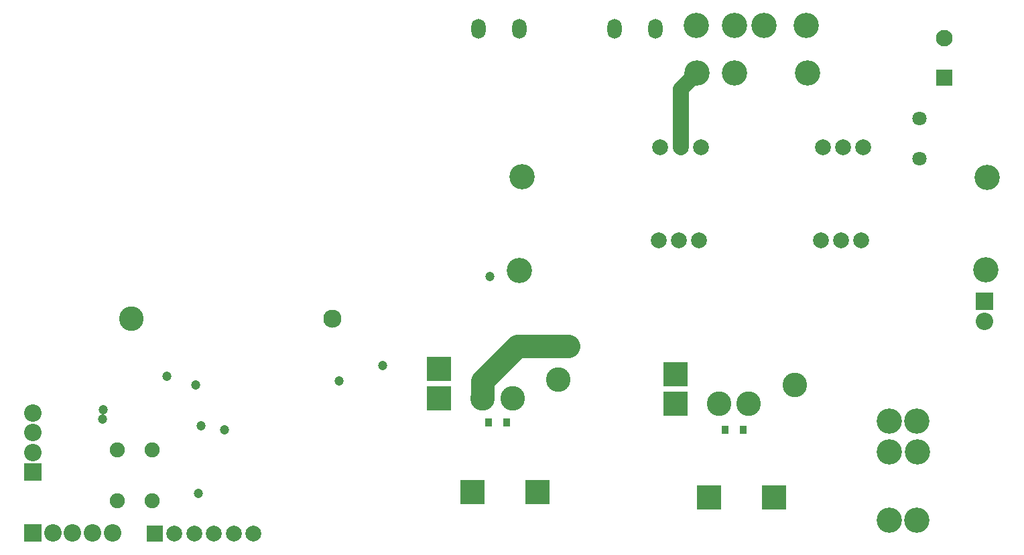
<source format=gbr>
%TF.GenerationSoftware,Altium Limited,Altium Designer,21.0.8 (223)*%
G04 Layer_Color=16711935*
%FSLAX26Y26*%
%MOIN*%
%TF.SameCoordinates,3528F89D-DF25-4B87-B81C-8702AA7ACEB5*%
%TF.FilePolarity,Negative*%
%TF.FileFunction,Soldermask,Bot*%
%TF.Part,Single*%
G01*
G75*
%TA.AperFunction,NonConductor*%
%ADD56C,0.118110*%
%ADD57C,0.078740*%
%TA.AperFunction,SMDPad,CuDef*%
%ADD58R,0.035559X0.041465*%
%TA.AperFunction,ComponentPad*%
%ADD59C,0.070992*%
%ADD60R,0.082677X0.082677*%
%ADD61C,0.082677*%
%ADD62C,0.126110*%
%ADD63O,0.070992X0.098551*%
%ADD64R,0.122047X0.122047*%
%ADD65C,0.122047*%
%ADD66C,0.090551*%
%ADD67C,0.078866*%
%ADD68R,0.078866X0.078866*%
%ADD69C,0.074803*%
%TA.AperFunction,ViaPad*%
%ADD70C,0.126110*%
%TA.AperFunction,ComponentPad*%
%ADD71C,0.086740*%
%ADD72R,0.086740X0.086740*%
%ADD73R,0.086740X0.086740*%
%TA.AperFunction,ViaPad*%
%ADD74C,0.047370*%
D56*
X2547244Y1147638D02*
X2802165D01*
X2515748Y1116142D02*
X2547244Y1147638D01*
X2375000Y975394D02*
X2515748Y1116142D01*
X2375000Y890748D02*
Y975394D01*
D57*
X3359252Y2139764D02*
Y2428150D01*
X3434055Y2502953D01*
X3488189Y395669D02*
X3520669D01*
D58*
X3581693Y734252D02*
D03*
X3672244D02*
D03*
X2493110Y767716D02*
D03*
X2402559D02*
D03*
D59*
X4546260Y2083465D02*
D03*
Y2283465D02*
D03*
D60*
X4669291Y2485236D02*
D03*
D61*
Y2682087D02*
D03*
D62*
X3990157Y2508858D02*
D03*
X3438976Y2745079D02*
D03*
X4398622Y622047D02*
D03*
Y283465D02*
D03*
D63*
X2354331Y2729331D02*
D03*
X2557087D02*
D03*
X3031496D02*
D03*
X3234252D02*
D03*
D64*
X2647638Y423228D02*
D03*
X2325787D02*
D03*
X2157480Y1037402D02*
D03*
Y890748D02*
D03*
X3333662Y863189D02*
D03*
Y1009842D02*
D03*
X3501969Y395669D02*
D03*
X3823819D02*
D03*
D65*
X2750000Y982284D02*
D03*
X2522638Y890748D02*
D03*
X2375000D02*
D03*
X626969Y1285433D02*
D03*
X3551181Y863189D02*
D03*
X3698819D02*
D03*
X3926181Y954724D02*
D03*
D66*
X1626969Y1285433D02*
D03*
D67*
X1136811Y217520D02*
D03*
X939961D02*
D03*
X841535D02*
D03*
X1235236D02*
D03*
X1038386D02*
D03*
X4166339Y2139764D02*
D03*
X3359252D02*
D03*
X3451772Y1675197D02*
D03*
X3351378D02*
D03*
X3250984D02*
D03*
X3459646Y2139764D02*
D03*
X3258858D02*
D03*
X4258858Y1675197D02*
D03*
X4158465D02*
D03*
X4058071D02*
D03*
X4266732Y2139764D02*
D03*
X4065945D02*
D03*
D68*
X743110Y217520D02*
D03*
D69*
X729331Y377953D02*
D03*
X556102Y633858D02*
D03*
Y377953D02*
D03*
X729331Y633858D02*
D03*
D70*
X4533662Y283465D02*
D03*
X4535433Y776575D02*
D03*
X4397638Y775591D02*
D03*
X4538360Y621215D02*
D03*
X3983268Y2745079D02*
D03*
X3628937D02*
D03*
X3775591D02*
D03*
X3439961Y2508858D02*
D03*
X3628937D02*
D03*
X2556102Y1525591D02*
D03*
X2571850Y1994094D02*
D03*
X4882874Y1990158D02*
D03*
X4878937Y1529528D02*
D03*
D71*
X4872047Y1272638D02*
D03*
X138780Y816929D02*
D03*
X532480Y218504D02*
D03*
X434055D02*
D03*
X335630D02*
D03*
X237205D02*
D03*
X138780Y718504D02*
D03*
Y620079D02*
D03*
D72*
Y218504D02*
D03*
D73*
Y521654D02*
D03*
X4872047Y1371063D02*
D03*
D74*
X483621Y785080D02*
D03*
X803150Y1000000D02*
D03*
X488341Y831209D02*
D03*
X960630Y416339D02*
D03*
X973425Y751968D02*
D03*
X1091535Y733268D02*
D03*
X1661417Y977362D02*
D03*
X945866Y954724D02*
D03*
X1876969Y1054134D02*
D03*
X2411417Y1497047D02*
D03*
%TF.MD5,feae291f42f23af3f37c110add214f41*%
M02*

</source>
